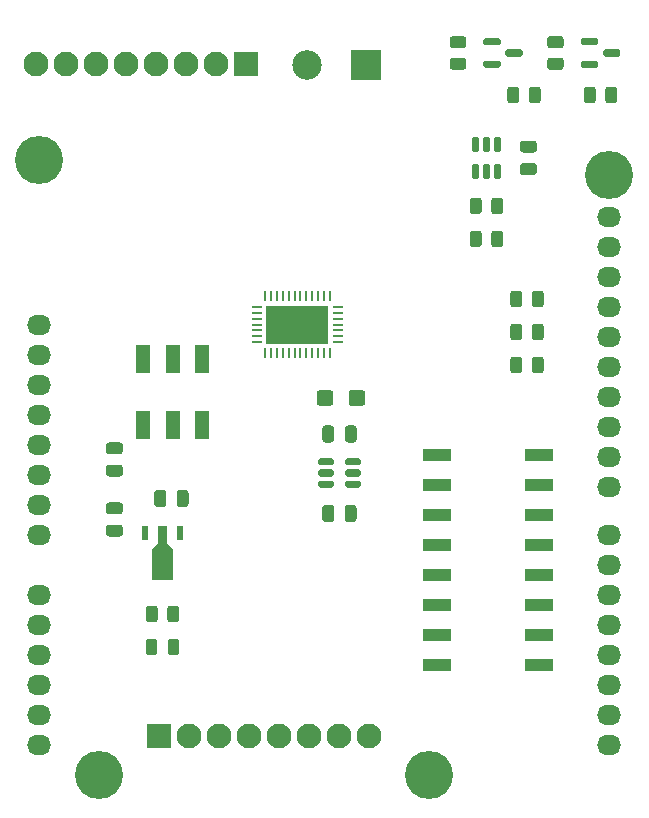
<source format=gts>
G04 #@! TF.GenerationSoftware,KiCad,Pcbnew,6.0.2+dfsg-1*
G04 #@! TF.CreationDate,2024-05-29T15:52:29-06:00*
G04 #@! TF.ProjectId,ard-ltc2499,6172642d-6c74-4633-9234-39392e6b6963,rev?*
G04 #@! TF.SameCoordinates,Original*
G04 #@! TF.FileFunction,Soldermask,Top*
G04 #@! TF.FilePolarity,Negative*
%FSLAX46Y46*%
G04 Gerber Fmt 4.6, Leading zero omitted, Abs format (unit mm)*
G04 Created by KiCad (PCBNEW 6.0.2+dfsg-1) date 2024-05-29 15:52:29*
%MOMM*%
%LPD*%
G01*
G04 APERTURE LIST*
%ADD10O,2.032000X1.727200*%
%ADD11C,4.064000*%
%ADD12R,1.193800X2.489200*%
%ADD13R,0.249200X0.804800*%
%ADD14R,0.804800X0.249200*%
%ADD15R,5.250000X3.250001*%
%ADD16R,2.500000X2.500000*%
%ADD17C,2.500000*%
%ADD18R,2.440000X1.120000*%
%ADD19R,2.100000X2.100000*%
%ADD20C,2.100000*%
%ADD21R,0.550000X1.300000*%
G04 APERTURE END LIST*
D10*
X122174000Y-92075000D03*
X122174000Y-94615000D03*
X122174000Y-97155000D03*
X122174000Y-99695000D03*
X122174000Y-102235000D03*
X122174000Y-104775000D03*
X122174000Y-107315000D03*
X122174000Y-109855000D03*
X122174000Y-114935000D03*
X122174000Y-117475000D03*
X122174000Y-120015000D03*
X122174000Y-122555000D03*
X122174000Y-125095000D03*
X122174000Y-127635000D03*
X170434000Y-82931000D03*
X170434000Y-85471000D03*
X170434000Y-88011000D03*
X170434000Y-90551000D03*
X170434000Y-93091000D03*
X170434000Y-95631000D03*
X170434000Y-98171000D03*
X170434000Y-100711000D03*
X170434000Y-103251000D03*
X170434000Y-105791000D03*
X170434000Y-109855000D03*
X170434000Y-112395000D03*
X170434000Y-114935000D03*
X170434000Y-117475000D03*
X170434000Y-120015000D03*
X170434000Y-122555000D03*
X170434000Y-125095000D03*
X170434000Y-127635000D03*
D11*
X122174000Y-78105000D03*
X127254000Y-130175000D03*
X170434000Y-79375000D03*
X155194000Y-130175000D03*
D12*
X130977000Y-100545900D03*
X133477000Y-100545900D03*
X135977000Y-100545900D03*
X130977000Y-95034100D03*
X133477000Y-95034100D03*
X135977000Y-95034100D03*
G36*
G01*
X158595000Y-82486500D02*
X158595000Y-81586500D01*
G75*
G02*
X158845000Y-81336500I250000J0D01*
G01*
X159370000Y-81336500D01*
G75*
G02*
X159620000Y-81586500I0J-250000D01*
G01*
X159620000Y-82486500D01*
G75*
G02*
X159370000Y-82736500I-250000J0D01*
G01*
X158845000Y-82736500D01*
G75*
G02*
X158595000Y-82486500I0J250000D01*
G01*
G37*
G36*
G01*
X160420000Y-82486500D02*
X160420000Y-81586500D01*
G75*
G02*
X160670000Y-81336500I250000J0D01*
G01*
X161195000Y-81336500D01*
G75*
G02*
X161445000Y-81586500I0J-250000D01*
G01*
X161445000Y-82486500D01*
G75*
G02*
X161195000Y-82736500I-250000J0D01*
G01*
X160670000Y-82736500D01*
G75*
G02*
X160420000Y-82486500I0J250000D01*
G01*
G37*
G36*
G01*
X166312000Y-70513000D02*
X165412000Y-70513000D01*
G75*
G02*
X165162000Y-70263000I0J250000D01*
G01*
X165162000Y-69738000D01*
G75*
G02*
X165412000Y-69488000I250000J0D01*
G01*
X166312000Y-69488000D01*
G75*
G02*
X166562000Y-69738000I0J-250000D01*
G01*
X166562000Y-70263000D01*
G75*
G02*
X166312000Y-70513000I-250000J0D01*
G01*
G37*
G36*
G01*
X166312000Y-68688000D02*
X165412000Y-68688000D01*
G75*
G02*
X165162000Y-68438000I0J250000D01*
G01*
X165162000Y-67913000D01*
G75*
G02*
X165412000Y-67663000I250000J0D01*
G01*
X166312000Y-67663000D01*
G75*
G02*
X166562000Y-67913000I0J-250000D01*
G01*
X166562000Y-68438000D01*
G75*
G02*
X166312000Y-68688000I-250000J0D01*
G01*
G37*
G36*
G01*
X160820000Y-76172500D02*
X161120000Y-76172500D01*
G75*
G02*
X161270000Y-76322500I0J-150000D01*
G01*
X161270000Y-77347500D01*
G75*
G02*
X161120000Y-77497500I-150000J0D01*
G01*
X160820000Y-77497500D01*
G75*
G02*
X160670000Y-77347500I0J150000D01*
G01*
X160670000Y-76322500D01*
G75*
G02*
X160820000Y-76172500I150000J0D01*
G01*
G37*
G36*
G01*
X159870000Y-76172500D02*
X160170000Y-76172500D01*
G75*
G02*
X160320000Y-76322500I0J-150000D01*
G01*
X160320000Y-77347500D01*
G75*
G02*
X160170000Y-77497500I-150000J0D01*
G01*
X159870000Y-77497500D01*
G75*
G02*
X159720000Y-77347500I0J150000D01*
G01*
X159720000Y-76322500D01*
G75*
G02*
X159870000Y-76172500I150000J0D01*
G01*
G37*
G36*
G01*
X158920000Y-76172500D02*
X159220000Y-76172500D01*
G75*
G02*
X159370000Y-76322500I0J-150000D01*
G01*
X159370000Y-77347500D01*
G75*
G02*
X159220000Y-77497500I-150000J0D01*
G01*
X158920000Y-77497500D01*
G75*
G02*
X158770000Y-77347500I0J150000D01*
G01*
X158770000Y-76322500D01*
G75*
G02*
X158920000Y-76172500I150000J0D01*
G01*
G37*
G36*
G01*
X158920000Y-78447500D02*
X159220000Y-78447500D01*
G75*
G02*
X159370000Y-78597500I0J-150000D01*
G01*
X159370000Y-79622500D01*
G75*
G02*
X159220000Y-79772500I-150000J0D01*
G01*
X158920000Y-79772500D01*
G75*
G02*
X158770000Y-79622500I0J150000D01*
G01*
X158770000Y-78597500D01*
G75*
G02*
X158920000Y-78447500I150000J0D01*
G01*
G37*
G36*
G01*
X159870000Y-78447500D02*
X160170000Y-78447500D01*
G75*
G02*
X160320000Y-78597500I0J-150000D01*
G01*
X160320000Y-79622500D01*
G75*
G02*
X160170000Y-79772500I-150000J0D01*
G01*
X159870000Y-79772500D01*
G75*
G02*
X159720000Y-79622500I0J150000D01*
G01*
X159720000Y-78597500D01*
G75*
G02*
X159870000Y-78447500I150000J0D01*
G01*
G37*
G36*
G01*
X160820000Y-78447500D02*
X161120000Y-78447500D01*
G75*
G02*
X161270000Y-78597500I0J-150000D01*
G01*
X161270000Y-79622500D01*
G75*
G02*
X161120000Y-79772500I-150000J0D01*
G01*
X160820000Y-79772500D01*
G75*
G02*
X160670000Y-79622500I0J150000D01*
G01*
X160670000Y-78597500D01*
G75*
G02*
X160820000Y-78447500I150000J0D01*
G01*
G37*
G36*
G01*
X161770000Y-73094000D02*
X161770000Y-72194000D01*
G75*
G02*
X162020000Y-71944000I250000J0D01*
G01*
X162545000Y-71944000D01*
G75*
G02*
X162795000Y-72194000I0J-250000D01*
G01*
X162795000Y-73094000D01*
G75*
G02*
X162545000Y-73344000I-250000J0D01*
G01*
X162020000Y-73344000D01*
G75*
G02*
X161770000Y-73094000I0J250000D01*
G01*
G37*
G36*
G01*
X163595000Y-73094000D02*
X163595000Y-72194000D01*
G75*
G02*
X163845000Y-71944000I250000J0D01*
G01*
X164370000Y-71944000D01*
G75*
G02*
X164620000Y-72194000I0J-250000D01*
G01*
X164620000Y-73094000D01*
G75*
G02*
X164370000Y-73344000I-250000J0D01*
G01*
X163845000Y-73344000D01*
G75*
G02*
X163595000Y-73094000I0J250000D01*
G01*
G37*
D13*
X146768000Y-89622600D03*
X146268001Y-89622600D03*
X145767999Y-89622600D03*
X145268000Y-89622600D03*
X144768001Y-89622600D03*
X144268000Y-89622600D03*
X143768000Y-89622600D03*
X143267999Y-89622600D03*
X142768000Y-89622600D03*
X142268001Y-89622600D03*
X141767999Y-89622600D03*
X141268000Y-89622600D03*
D14*
X140565599Y-90575000D03*
X140565599Y-91074999D03*
X140565599Y-91575001D03*
X140565599Y-92075000D03*
X140565599Y-92574999D03*
X140565599Y-93075001D03*
X140565599Y-93575000D03*
D13*
X141268000Y-94527400D03*
X141767999Y-94527400D03*
X142268001Y-94527400D03*
X142768000Y-94527400D03*
X143267999Y-94527400D03*
X143768000Y-94527400D03*
X144268000Y-94527400D03*
X144768001Y-94527400D03*
X145268000Y-94527400D03*
X145767999Y-94527400D03*
X146268001Y-94527400D03*
X146768000Y-94527400D03*
D14*
X147470401Y-93575000D03*
X147470401Y-93075001D03*
X147470401Y-92574999D03*
X147470401Y-92075000D03*
X147470401Y-91575001D03*
X147470401Y-91074999D03*
X147470401Y-90575000D03*
D15*
X144018000Y-92075000D03*
G36*
G01*
X146124000Y-108552000D02*
X146124000Y-107602000D01*
G75*
G02*
X146374000Y-107352000I250000J0D01*
G01*
X146874000Y-107352000D01*
G75*
G02*
X147124000Y-107602000I0J-250000D01*
G01*
X147124000Y-108552000D01*
G75*
G02*
X146874000Y-108802000I-250000J0D01*
G01*
X146374000Y-108802000D01*
G75*
G02*
X146124000Y-108552000I0J250000D01*
G01*
G37*
G36*
G01*
X148024000Y-108552000D02*
X148024000Y-107602000D01*
G75*
G02*
X148274000Y-107352000I250000J0D01*
G01*
X148774000Y-107352000D01*
G75*
G02*
X149024000Y-107602000I0J-250000D01*
G01*
X149024000Y-108552000D01*
G75*
G02*
X148774000Y-108802000I-250000J0D01*
G01*
X148274000Y-108802000D01*
G75*
G02*
X148024000Y-108552000I0J250000D01*
G01*
G37*
G36*
G01*
X159742000Y-68288000D02*
X159742000Y-67988000D01*
G75*
G02*
X159892000Y-67838000I150000J0D01*
G01*
X161067000Y-67838000D01*
G75*
G02*
X161217000Y-67988000I0J-150000D01*
G01*
X161217000Y-68288000D01*
G75*
G02*
X161067000Y-68438000I-150000J0D01*
G01*
X159892000Y-68438000D01*
G75*
G02*
X159742000Y-68288000I0J150000D01*
G01*
G37*
G36*
G01*
X159742000Y-70188000D02*
X159742000Y-69888000D01*
G75*
G02*
X159892000Y-69738000I150000J0D01*
G01*
X161067000Y-69738000D01*
G75*
G02*
X161217000Y-69888000I0J-150000D01*
G01*
X161217000Y-70188000D01*
G75*
G02*
X161067000Y-70338000I-150000J0D01*
G01*
X159892000Y-70338000D01*
G75*
G02*
X159742000Y-70188000I0J150000D01*
G01*
G37*
G36*
G01*
X161617000Y-69238000D02*
X161617000Y-68938000D01*
G75*
G02*
X161767000Y-68788000I150000J0D01*
G01*
X162942000Y-68788000D01*
G75*
G02*
X163092000Y-68938000I0J-150000D01*
G01*
X163092000Y-69238000D01*
G75*
G02*
X162942000Y-69388000I-150000J0D01*
G01*
X161767000Y-69388000D01*
G75*
G02*
X161617000Y-69238000I0J150000D01*
G01*
G37*
G36*
G01*
X164051000Y-79422500D02*
X163101000Y-79422500D01*
G75*
G02*
X162851000Y-79172500I0J250000D01*
G01*
X162851000Y-78672500D01*
G75*
G02*
X163101000Y-78422500I250000J0D01*
G01*
X164051000Y-78422500D01*
G75*
G02*
X164301000Y-78672500I0J-250000D01*
G01*
X164301000Y-79172500D01*
G75*
G02*
X164051000Y-79422500I-250000J0D01*
G01*
G37*
G36*
G01*
X164051000Y-77522500D02*
X163101000Y-77522500D01*
G75*
G02*
X162851000Y-77272500I0J250000D01*
G01*
X162851000Y-76772500D01*
G75*
G02*
X163101000Y-76522500I250000J0D01*
G01*
X164051000Y-76522500D01*
G75*
G02*
X164301000Y-76772500I0J-250000D01*
G01*
X164301000Y-77272500D01*
G75*
G02*
X164051000Y-77522500I-250000J0D01*
G01*
G37*
D16*
X149819995Y-70104000D03*
D17*
X144819995Y-70104000D03*
G36*
G01*
X158595000Y-85280500D02*
X158595000Y-84380500D01*
G75*
G02*
X158845000Y-84130500I250000J0D01*
G01*
X159370000Y-84130500D01*
G75*
G02*
X159620000Y-84380500I0J-250000D01*
G01*
X159620000Y-85280500D01*
G75*
G02*
X159370000Y-85530500I-250000J0D01*
G01*
X158845000Y-85530500D01*
G75*
G02*
X158595000Y-85280500I0J250000D01*
G01*
G37*
G36*
G01*
X160420000Y-85280500D02*
X160420000Y-84380500D01*
G75*
G02*
X160670000Y-84130500I250000J0D01*
G01*
X161195000Y-84130500D01*
G75*
G02*
X161445000Y-84380500I0J-250000D01*
G01*
X161445000Y-85280500D01*
G75*
G02*
X161195000Y-85530500I-250000J0D01*
G01*
X160670000Y-85530500D01*
G75*
G02*
X160420000Y-85280500I0J250000D01*
G01*
G37*
G36*
G01*
X158057000Y-70513000D02*
X157157000Y-70513000D01*
G75*
G02*
X156907000Y-70263000I0J250000D01*
G01*
X156907000Y-69738000D01*
G75*
G02*
X157157000Y-69488000I250000J0D01*
G01*
X158057000Y-69488000D01*
G75*
G02*
X158307000Y-69738000I0J-250000D01*
G01*
X158307000Y-70263000D01*
G75*
G02*
X158057000Y-70513000I-250000J0D01*
G01*
G37*
G36*
G01*
X158057000Y-68688000D02*
X157157000Y-68688000D01*
G75*
G02*
X156907000Y-68438000I0J250000D01*
G01*
X156907000Y-67913000D01*
G75*
G02*
X157157000Y-67663000I250000J0D01*
G01*
X158057000Y-67663000D01*
G75*
G02*
X158307000Y-67913000I0J-250000D01*
G01*
X158307000Y-68438000D01*
G75*
G02*
X158057000Y-68688000I-250000J0D01*
G01*
G37*
G36*
G01*
X128999000Y-110035000D02*
X128049000Y-110035000D01*
G75*
G02*
X127799000Y-109785000I0J250000D01*
G01*
X127799000Y-109285000D01*
G75*
G02*
X128049000Y-109035000I250000J0D01*
G01*
X128999000Y-109035000D01*
G75*
G02*
X129249000Y-109285000I0J-250000D01*
G01*
X129249000Y-109785000D01*
G75*
G02*
X128999000Y-110035000I-250000J0D01*
G01*
G37*
G36*
G01*
X128999000Y-108135000D02*
X128049000Y-108135000D01*
G75*
G02*
X127799000Y-107885000I0J250000D01*
G01*
X127799000Y-107385000D01*
G75*
G02*
X128049000Y-107135000I250000J0D01*
G01*
X128999000Y-107135000D01*
G75*
G02*
X129249000Y-107385000I0J-250000D01*
G01*
X129249000Y-107885000D01*
G75*
G02*
X128999000Y-108135000I-250000J0D01*
G01*
G37*
D18*
X155842000Y-103124000D03*
X155842000Y-105664000D03*
X155842000Y-108204000D03*
X155842000Y-110744000D03*
X155842000Y-113284000D03*
X155842000Y-115824000D03*
X155842000Y-118364000D03*
X155842000Y-120904000D03*
X164452000Y-120904000D03*
X164452000Y-118364000D03*
X164452000Y-115824000D03*
X164452000Y-113284000D03*
X164452000Y-110744000D03*
X164452000Y-108204000D03*
X164452000Y-105664000D03*
X164452000Y-103124000D03*
D19*
X139700000Y-69977000D03*
D20*
X137160000Y-69977000D03*
X134620000Y-69977000D03*
X132080000Y-69977000D03*
X129540000Y-69977000D03*
X127000000Y-69977000D03*
X124460000Y-69977000D03*
X121920000Y-69977000D03*
D21*
X134088000Y-109767500D03*
G36*
X131663000Y-113717500D02*
G01*
X131663000Y-111117500D01*
X132188000Y-110592500D01*
X132188000Y-109117500D01*
X132988000Y-109117500D01*
X132988000Y-110592500D01*
X133513000Y-111117500D01*
X133513000Y-113717500D01*
X131663000Y-113717500D01*
G37*
X131088000Y-109767500D03*
G36*
G01*
X162024000Y-90366000D02*
X162024000Y-89466000D01*
G75*
G02*
X162274000Y-89216000I250000J0D01*
G01*
X162799000Y-89216000D01*
G75*
G02*
X163049000Y-89466000I0J-250000D01*
G01*
X163049000Y-90366000D01*
G75*
G02*
X162799000Y-90616000I-250000J0D01*
G01*
X162274000Y-90616000D01*
G75*
G02*
X162024000Y-90366000I0J250000D01*
G01*
G37*
G36*
G01*
X163849000Y-90366000D02*
X163849000Y-89466000D01*
G75*
G02*
X164099000Y-89216000I250000J0D01*
G01*
X164624000Y-89216000D01*
G75*
G02*
X164874000Y-89466000I0J-250000D01*
G01*
X164874000Y-90366000D01*
G75*
G02*
X164624000Y-90616000I-250000J0D01*
G01*
X164099000Y-90616000D01*
G75*
G02*
X163849000Y-90366000I0J250000D01*
G01*
G37*
G36*
G01*
X134013000Y-118923750D02*
X134013000Y-119836250D01*
G75*
G02*
X133769250Y-120080000I-243750J0D01*
G01*
X133281750Y-120080000D01*
G75*
G02*
X133038000Y-119836250I0J243750D01*
G01*
X133038000Y-118923750D01*
G75*
G02*
X133281750Y-118680000I243750J0D01*
G01*
X133769250Y-118680000D01*
G75*
G02*
X134013000Y-118923750I0J-243750D01*
G01*
G37*
G36*
G01*
X132138000Y-118923750D02*
X132138000Y-119836250D01*
G75*
G02*
X131894250Y-120080000I-243750J0D01*
G01*
X131406750Y-120080000D01*
G75*
G02*
X131163000Y-119836250I0J243750D01*
G01*
X131163000Y-118923750D01*
G75*
G02*
X131406750Y-118680000I243750J0D01*
G01*
X131894250Y-118680000D01*
G75*
G02*
X132138000Y-118923750I0J-243750D01*
G01*
G37*
G36*
G01*
X149374000Y-105448000D02*
X149374000Y-105748000D01*
G75*
G02*
X149224000Y-105898000I-150000J0D01*
G01*
X148199000Y-105898000D01*
G75*
G02*
X148049000Y-105748000I0J150000D01*
G01*
X148049000Y-105448000D01*
G75*
G02*
X148199000Y-105298000I150000J0D01*
G01*
X149224000Y-105298000D01*
G75*
G02*
X149374000Y-105448000I0J-150000D01*
G01*
G37*
G36*
G01*
X149374000Y-104498000D02*
X149374000Y-104798000D01*
G75*
G02*
X149224000Y-104948000I-150000J0D01*
G01*
X148199000Y-104948000D01*
G75*
G02*
X148049000Y-104798000I0J150000D01*
G01*
X148049000Y-104498000D01*
G75*
G02*
X148199000Y-104348000I150000J0D01*
G01*
X149224000Y-104348000D01*
G75*
G02*
X149374000Y-104498000I0J-150000D01*
G01*
G37*
G36*
G01*
X149374000Y-103548000D02*
X149374000Y-103848000D01*
G75*
G02*
X149224000Y-103998000I-150000J0D01*
G01*
X148199000Y-103998000D01*
G75*
G02*
X148049000Y-103848000I0J150000D01*
G01*
X148049000Y-103548000D01*
G75*
G02*
X148199000Y-103398000I150000J0D01*
G01*
X149224000Y-103398000D01*
G75*
G02*
X149374000Y-103548000I0J-150000D01*
G01*
G37*
G36*
G01*
X147099000Y-103548000D02*
X147099000Y-103848000D01*
G75*
G02*
X146949000Y-103998000I-150000J0D01*
G01*
X145924000Y-103998000D01*
G75*
G02*
X145774000Y-103848000I0J150000D01*
G01*
X145774000Y-103548000D01*
G75*
G02*
X145924000Y-103398000I150000J0D01*
G01*
X146949000Y-103398000D01*
G75*
G02*
X147099000Y-103548000I0J-150000D01*
G01*
G37*
G36*
G01*
X147099000Y-104498000D02*
X147099000Y-104798000D01*
G75*
G02*
X146949000Y-104948000I-150000J0D01*
G01*
X145924000Y-104948000D01*
G75*
G02*
X145774000Y-104798000I0J150000D01*
G01*
X145774000Y-104498000D01*
G75*
G02*
X145924000Y-104348000I150000J0D01*
G01*
X146949000Y-104348000D01*
G75*
G02*
X147099000Y-104498000I0J-150000D01*
G01*
G37*
G36*
G01*
X147099000Y-105448000D02*
X147099000Y-105748000D01*
G75*
G02*
X146949000Y-105898000I-150000J0D01*
G01*
X145924000Y-105898000D01*
G75*
G02*
X145774000Y-105748000I0J150000D01*
G01*
X145774000Y-105448000D01*
G75*
G02*
X145924000Y-105298000I150000J0D01*
G01*
X146949000Y-105298000D01*
G75*
G02*
X147099000Y-105448000I0J-150000D01*
G01*
G37*
G36*
G01*
X131163000Y-117036000D02*
X131163000Y-116136000D01*
G75*
G02*
X131413000Y-115886000I250000J0D01*
G01*
X131938000Y-115886000D01*
G75*
G02*
X132188000Y-116136000I0J-250000D01*
G01*
X132188000Y-117036000D01*
G75*
G02*
X131938000Y-117286000I-250000J0D01*
G01*
X131413000Y-117286000D01*
G75*
G02*
X131163000Y-117036000I0J250000D01*
G01*
G37*
G36*
G01*
X132988000Y-117036000D02*
X132988000Y-116136000D01*
G75*
G02*
X133238000Y-115886000I250000J0D01*
G01*
X133763000Y-115886000D01*
G75*
G02*
X134013000Y-116136000I0J-250000D01*
G01*
X134013000Y-117036000D01*
G75*
G02*
X133763000Y-117286000I-250000J0D01*
G01*
X133238000Y-117286000D01*
G75*
G02*
X132988000Y-117036000I0J250000D01*
G01*
G37*
G36*
G01*
X162024000Y-95954000D02*
X162024000Y-95054000D01*
G75*
G02*
X162274000Y-94804000I250000J0D01*
G01*
X162799000Y-94804000D01*
G75*
G02*
X163049000Y-95054000I0J-250000D01*
G01*
X163049000Y-95954000D01*
G75*
G02*
X162799000Y-96204000I-250000J0D01*
G01*
X162274000Y-96204000D01*
G75*
G02*
X162024000Y-95954000I0J250000D01*
G01*
G37*
G36*
G01*
X163849000Y-95954000D02*
X163849000Y-95054000D01*
G75*
G02*
X164099000Y-94804000I250000J0D01*
G01*
X164624000Y-94804000D01*
G75*
G02*
X164874000Y-95054000I0J-250000D01*
G01*
X164874000Y-95954000D01*
G75*
G02*
X164624000Y-96204000I-250000J0D01*
G01*
X164099000Y-96204000D01*
G75*
G02*
X163849000Y-95954000I0J250000D01*
G01*
G37*
G36*
G01*
X167997000Y-68288000D02*
X167997000Y-67988000D01*
G75*
G02*
X168147000Y-67838000I150000J0D01*
G01*
X169322000Y-67838000D01*
G75*
G02*
X169472000Y-67988000I0J-150000D01*
G01*
X169472000Y-68288000D01*
G75*
G02*
X169322000Y-68438000I-150000J0D01*
G01*
X168147000Y-68438000D01*
G75*
G02*
X167997000Y-68288000I0J150000D01*
G01*
G37*
G36*
G01*
X167997000Y-70188000D02*
X167997000Y-69888000D01*
G75*
G02*
X168147000Y-69738000I150000J0D01*
G01*
X169322000Y-69738000D01*
G75*
G02*
X169472000Y-69888000I0J-150000D01*
G01*
X169472000Y-70188000D01*
G75*
G02*
X169322000Y-70338000I-150000J0D01*
G01*
X168147000Y-70338000D01*
G75*
G02*
X167997000Y-70188000I0J150000D01*
G01*
G37*
G36*
G01*
X169872000Y-69238000D02*
X169872000Y-68938000D01*
G75*
G02*
X170022000Y-68788000I150000J0D01*
G01*
X171197000Y-68788000D01*
G75*
G02*
X171347000Y-68938000I0J-150000D01*
G01*
X171347000Y-69238000D01*
G75*
G02*
X171197000Y-69388000I-150000J0D01*
G01*
X170022000Y-69388000D01*
G75*
G02*
X169872000Y-69238000I0J150000D01*
G01*
G37*
D19*
X132334000Y-126873000D03*
D20*
X134874000Y-126873000D03*
X137414000Y-126873000D03*
X139954000Y-126873000D03*
X142494000Y-126873000D03*
X145034000Y-126873000D03*
X147574000Y-126873000D03*
X150114000Y-126873000D03*
G36*
G01*
X145651000Y-98723000D02*
X145651000Y-97873000D01*
G75*
G02*
X145901000Y-97623000I250000J0D01*
G01*
X146801000Y-97623000D01*
G75*
G02*
X147051000Y-97873000I0J-250000D01*
G01*
X147051000Y-98723000D01*
G75*
G02*
X146801000Y-98973000I-250000J0D01*
G01*
X145901000Y-98973000D01*
G75*
G02*
X145651000Y-98723000I0J250000D01*
G01*
G37*
G36*
G01*
X148351000Y-98723000D02*
X148351000Y-97873000D01*
G75*
G02*
X148601000Y-97623000I250000J0D01*
G01*
X149501000Y-97623000D01*
G75*
G02*
X149751000Y-97873000I0J-250000D01*
G01*
X149751000Y-98723000D01*
G75*
G02*
X149501000Y-98973000I-250000J0D01*
G01*
X148601000Y-98973000D01*
G75*
G02*
X148351000Y-98723000I0J250000D01*
G01*
G37*
G36*
G01*
X171097000Y-72194000D02*
X171097000Y-73094000D01*
G75*
G02*
X170847000Y-73344000I-250000J0D01*
G01*
X170322000Y-73344000D01*
G75*
G02*
X170072000Y-73094000I0J250000D01*
G01*
X170072000Y-72194000D01*
G75*
G02*
X170322000Y-71944000I250000J0D01*
G01*
X170847000Y-71944000D01*
G75*
G02*
X171097000Y-72194000I0J-250000D01*
G01*
G37*
G36*
G01*
X169272000Y-72194000D02*
X169272000Y-73094000D01*
G75*
G02*
X169022000Y-73344000I-250000J0D01*
G01*
X168497000Y-73344000D01*
G75*
G02*
X168247000Y-73094000I0J250000D01*
G01*
X168247000Y-72194000D01*
G75*
G02*
X168497000Y-71944000I250000J0D01*
G01*
X169022000Y-71944000D01*
G75*
G02*
X169272000Y-72194000I0J-250000D01*
G01*
G37*
G36*
G01*
X128049000Y-102055000D02*
X128999000Y-102055000D01*
G75*
G02*
X129249000Y-102305000I0J-250000D01*
G01*
X129249000Y-102805000D01*
G75*
G02*
X128999000Y-103055000I-250000J0D01*
G01*
X128049000Y-103055000D01*
G75*
G02*
X127799000Y-102805000I0J250000D01*
G01*
X127799000Y-102305000D01*
G75*
G02*
X128049000Y-102055000I250000J0D01*
G01*
G37*
G36*
G01*
X128049000Y-103955000D02*
X128999000Y-103955000D01*
G75*
G02*
X129249000Y-104205000I0J-250000D01*
G01*
X129249000Y-104705000D01*
G75*
G02*
X128999000Y-104955000I-250000J0D01*
G01*
X128049000Y-104955000D01*
G75*
G02*
X127799000Y-104705000I0J250000D01*
G01*
X127799000Y-104205000D01*
G75*
G02*
X128049000Y-103955000I250000J0D01*
G01*
G37*
G36*
G01*
X146124000Y-101821000D02*
X146124000Y-100871000D01*
G75*
G02*
X146374000Y-100621000I250000J0D01*
G01*
X146874000Y-100621000D01*
G75*
G02*
X147124000Y-100871000I0J-250000D01*
G01*
X147124000Y-101821000D01*
G75*
G02*
X146874000Y-102071000I-250000J0D01*
G01*
X146374000Y-102071000D01*
G75*
G02*
X146124000Y-101821000I0J250000D01*
G01*
G37*
G36*
G01*
X148024000Y-101821000D02*
X148024000Y-100871000D01*
G75*
G02*
X148274000Y-100621000I250000J0D01*
G01*
X148774000Y-100621000D01*
G75*
G02*
X149024000Y-100871000I0J-250000D01*
G01*
X149024000Y-101821000D01*
G75*
G02*
X148774000Y-102071000I-250000J0D01*
G01*
X148274000Y-102071000D01*
G75*
G02*
X148024000Y-101821000I0J250000D01*
G01*
G37*
G36*
G01*
X134800000Y-106332000D02*
X134800000Y-107282000D01*
G75*
G02*
X134550000Y-107532000I-250000J0D01*
G01*
X134050000Y-107532000D01*
G75*
G02*
X133800000Y-107282000I0J250000D01*
G01*
X133800000Y-106332000D01*
G75*
G02*
X134050000Y-106082000I250000J0D01*
G01*
X134550000Y-106082000D01*
G75*
G02*
X134800000Y-106332000I0J-250000D01*
G01*
G37*
G36*
G01*
X132900000Y-106332000D02*
X132900000Y-107282000D01*
G75*
G02*
X132650000Y-107532000I-250000J0D01*
G01*
X132150000Y-107532000D01*
G75*
G02*
X131900000Y-107282000I0J250000D01*
G01*
X131900000Y-106332000D01*
G75*
G02*
X132150000Y-106082000I250000J0D01*
G01*
X132650000Y-106082000D01*
G75*
G02*
X132900000Y-106332000I0J-250000D01*
G01*
G37*
G36*
G01*
X162024000Y-93160000D02*
X162024000Y-92260000D01*
G75*
G02*
X162274000Y-92010000I250000J0D01*
G01*
X162799000Y-92010000D01*
G75*
G02*
X163049000Y-92260000I0J-250000D01*
G01*
X163049000Y-93160000D01*
G75*
G02*
X162799000Y-93410000I-250000J0D01*
G01*
X162274000Y-93410000D01*
G75*
G02*
X162024000Y-93160000I0J250000D01*
G01*
G37*
G36*
G01*
X163849000Y-93160000D02*
X163849000Y-92260000D01*
G75*
G02*
X164099000Y-92010000I250000J0D01*
G01*
X164624000Y-92010000D01*
G75*
G02*
X164874000Y-92260000I0J-250000D01*
G01*
X164874000Y-93160000D01*
G75*
G02*
X164624000Y-93410000I-250000J0D01*
G01*
X164099000Y-93410000D01*
G75*
G02*
X163849000Y-93160000I0J250000D01*
G01*
G37*
M02*

</source>
